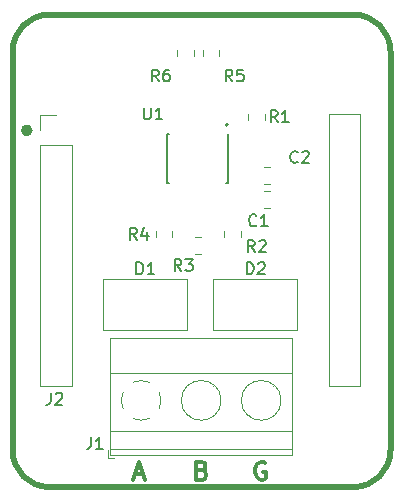
<source format=gbr>
%TF.GenerationSoftware,KiCad,Pcbnew,5.0.1*%
%TF.CreationDate,2018-10-23T16:10:10+11:00*%
%TF.ProjectId,FP2,4650322E6B696361645F706362000000,A*%
%TF.SameCoordinates,Original*%
%TF.FileFunction,Legend,Top*%
%TF.FilePolarity,Positive*%
%FSLAX46Y46*%
G04 Gerber Fmt 4.6, Leading zero omitted, Abs format (unit mm)*
G04 Created by KiCad (PCBNEW 5.0.1) date Tue 23 Oct 2018 04:10:10 PM AEDT*
%MOMM*%
%LPD*%
G01*
G04 APERTURE LIST*
%ADD10C,0.500000*%
%ADD11C,0.300000*%
%ADD12C,0.120000*%
%ADD13C,0.150000*%
%ADD14C,0.200000*%
G04 APERTURE END LIST*
D10*
X132120000Y-120000000D02*
G75*
G02X129000000Y-116880000I0J3120000D01*
G01*
X161000000Y-116880000D02*
G75*
G02X157880000Y-120000000I-3120000J0D01*
G01*
X161000000Y-83120000D02*
G75*
G03X157880000Y-80000000I-3120000J0D01*
G01*
X129000000Y-83120000D02*
G75*
G02X132120000Y-80000000I3120000J0D01*
G01*
D11*
X150412857Y-117930000D02*
X150270000Y-117858571D01*
X150055714Y-117858571D01*
X149841428Y-117930000D01*
X149698571Y-118072857D01*
X149627142Y-118215714D01*
X149555714Y-118501428D01*
X149555714Y-118715714D01*
X149627142Y-119001428D01*
X149698571Y-119144285D01*
X149841428Y-119287142D01*
X150055714Y-119358571D01*
X150198571Y-119358571D01*
X150412857Y-119287142D01*
X150484285Y-119215714D01*
X150484285Y-118715714D01*
X150198571Y-118715714D01*
X145037142Y-118572857D02*
X145251428Y-118644285D01*
X145322857Y-118715714D01*
X145394285Y-118858571D01*
X145394285Y-119072857D01*
X145322857Y-119215714D01*
X145251428Y-119287142D01*
X145108571Y-119358571D01*
X144537142Y-119358571D01*
X144537142Y-117858571D01*
X145037142Y-117858571D01*
X145180000Y-117930000D01*
X145251428Y-118001428D01*
X145322857Y-118144285D01*
X145322857Y-118287142D01*
X145251428Y-118430000D01*
X145180000Y-118501428D01*
X145037142Y-118572857D01*
X144537142Y-118572857D01*
X139362857Y-118930000D02*
X140077142Y-118930000D01*
X139220000Y-119358571D02*
X139720000Y-117858571D01*
X140220000Y-119358571D01*
D10*
X129000000Y-116860000D02*
X129000000Y-83120000D01*
X132110000Y-120000000D02*
X157880000Y-120000000D01*
X161000000Y-83140000D02*
X161000000Y-116880000D01*
X132130000Y-80000000D02*
X157870000Y-80000000D01*
D12*
X146010000Y-106680000D02*
X146010000Y-102380000D01*
X153110000Y-106680000D02*
X146010000Y-106680000D01*
X153110000Y-102380000D02*
X146010000Y-102380000D01*
X153110000Y-106680000D02*
X153110000Y-102380000D01*
X136670000Y-102380000D02*
X136670000Y-106680000D01*
X136670000Y-106680000D02*
X143770000Y-106680000D01*
X136670000Y-102380000D02*
X143770000Y-102380000D01*
X143770000Y-102380000D02*
X143770000Y-106680000D01*
D13*
X147255000Y-90075000D02*
X147205000Y-90075000D01*
X147255000Y-94225000D02*
X147110000Y-94225000D01*
X142105000Y-94225000D02*
X142250000Y-94225000D01*
X142105000Y-90075000D02*
X142250000Y-90075000D01*
X147255000Y-90075000D02*
X147255000Y-94225000D01*
X142105000Y-90075000D02*
X142105000Y-94225000D01*
D14*
X147250000Y-89330000D02*
G75*
G03X147250000Y-89330000I-100000J0D01*
G01*
D12*
X131360000Y-89790000D02*
X131360000Y-88460000D01*
X131360000Y-88460000D02*
X132690000Y-88460000D01*
X131360000Y-111440000D02*
X134020000Y-111440000D01*
X134020000Y-91060000D02*
X134020000Y-111440000D01*
X131360000Y-91060000D02*
X131360000Y-111440000D01*
X131360000Y-91060000D02*
X134020000Y-91060000D01*
X155760000Y-88440000D02*
X158390000Y-88440000D01*
X155760000Y-88440000D02*
X155760000Y-111440000D01*
X158420000Y-88440000D02*
X158420000Y-111440000D01*
X155760000Y-111440000D02*
X158420000Y-111440000D01*
D10*
X130450000Y-89800000D02*
G75*
G03X130450000Y-89800000I-250000J0D01*
G01*
D12*
X150317209Y-94966114D02*
X150834365Y-94966114D01*
X150317209Y-96386114D02*
X150834365Y-96386114D01*
X142950000Y-83001422D02*
X142950000Y-83518578D01*
X144370000Y-83001422D02*
X144370000Y-83518578D01*
X145090000Y-83001422D02*
X145090000Y-83518578D01*
X146510000Y-83001422D02*
X146510000Y-83518578D01*
X142540000Y-98848578D02*
X142540000Y-98331422D01*
X141120000Y-98848578D02*
X141120000Y-98331422D01*
X144461422Y-100230000D02*
X144978578Y-100230000D01*
X144461422Y-98810000D02*
X144978578Y-98810000D01*
X148340000Y-98848578D02*
X148340000Y-98331422D01*
X146920000Y-98848578D02*
X146920000Y-98331422D01*
X148920000Y-88391422D02*
X148920000Y-88908578D01*
X150340000Y-88391422D02*
X150340000Y-88908578D01*
X150307209Y-94306114D02*
X150824365Y-94306114D01*
X150307209Y-92886114D02*
X150824365Y-92886114D01*
X137050000Y-117560000D02*
X137550000Y-117560000D01*
X137050000Y-116820000D02*
X137050000Y-117560000D01*
X148823000Y-113683000D02*
X148776000Y-113729000D01*
X151120000Y-111385000D02*
X151085000Y-111421000D01*
X149016000Y-113899000D02*
X148981000Y-113934000D01*
X151325000Y-111591000D02*
X151278000Y-111637000D01*
X143743000Y-113683000D02*
X143696000Y-113729000D01*
X146040000Y-111385000D02*
X146005000Y-111421000D01*
X143936000Y-113899000D02*
X143901000Y-113934000D01*
X146245000Y-111591000D02*
X146198000Y-111637000D01*
X152650000Y-107399000D02*
X152650000Y-117320000D01*
X137290000Y-107399000D02*
X137290000Y-117320000D01*
X137290000Y-117320000D02*
X152650000Y-117320000D01*
X137290000Y-107399000D02*
X152650000Y-107399000D01*
X137290000Y-110359000D02*
X152650000Y-110359000D01*
X137290000Y-115260000D02*
X152650000Y-115260000D01*
X137290000Y-116760000D02*
X152650000Y-116760000D01*
X151730000Y-112660000D02*
G75*
G03X151730000Y-112660000I-1680000J0D01*
G01*
X146650000Y-112660000D02*
G75*
G03X146650000Y-112660000I-1680000J0D01*
G01*
X139918805Y-114340253D02*
G75*
G02X139206000Y-114195000I-28805J1680253D01*
G01*
X138354574Y-113343042D02*
G75*
G02X138355000Y-111976000I1535426J683042D01*
G01*
X139206958Y-111124574D02*
G75*
G02X140574000Y-111125000I683042J-1535426D01*
G01*
X141425426Y-111976958D02*
G75*
G02X141425000Y-113344000I-1535426J-683042D01*
G01*
X140573318Y-114194756D02*
G75*
G02X139890000Y-114340000I-683318J1534756D01*
G01*
D13*
X148831904Y-101982380D02*
X148831904Y-100982380D01*
X149070000Y-100982380D01*
X149212857Y-101030000D01*
X149308095Y-101125238D01*
X149355714Y-101220476D01*
X149403333Y-101410952D01*
X149403333Y-101553809D01*
X149355714Y-101744285D01*
X149308095Y-101839523D01*
X149212857Y-101934761D01*
X149070000Y-101982380D01*
X148831904Y-101982380D01*
X149784285Y-101077619D02*
X149831904Y-101030000D01*
X149927142Y-100982380D01*
X150165238Y-100982380D01*
X150260476Y-101030000D01*
X150308095Y-101077619D01*
X150355714Y-101172857D01*
X150355714Y-101268095D01*
X150308095Y-101410952D01*
X149736666Y-101982380D01*
X150355714Y-101982380D01*
X139481904Y-101982380D02*
X139481904Y-100982380D01*
X139720000Y-100982380D01*
X139862857Y-101030000D01*
X139958095Y-101125238D01*
X140005714Y-101220476D01*
X140053333Y-101410952D01*
X140053333Y-101553809D01*
X140005714Y-101744285D01*
X139958095Y-101839523D01*
X139862857Y-101934761D01*
X139720000Y-101982380D01*
X139481904Y-101982380D01*
X141005714Y-101982380D02*
X140434285Y-101982380D01*
X140720000Y-101982380D02*
X140720000Y-100982380D01*
X140624761Y-101125238D01*
X140529523Y-101220476D01*
X140434285Y-101268095D01*
X140118095Y-87862380D02*
X140118095Y-88671904D01*
X140165714Y-88767142D01*
X140213333Y-88814761D01*
X140308571Y-88862380D01*
X140499047Y-88862380D01*
X140594285Y-88814761D01*
X140641904Y-88767142D01*
X140689523Y-88671904D01*
X140689523Y-87862380D01*
X141689523Y-88862380D02*
X141118095Y-88862380D01*
X141403809Y-88862380D02*
X141403809Y-87862380D01*
X141308571Y-88005238D01*
X141213333Y-88100476D01*
X141118095Y-88148095D01*
X132226666Y-112012380D02*
X132226666Y-112726666D01*
X132179047Y-112869523D01*
X132083809Y-112964761D01*
X131940952Y-113012380D01*
X131845714Y-113012380D01*
X132655238Y-112107619D02*
X132702857Y-112060000D01*
X132798095Y-112012380D01*
X133036190Y-112012380D01*
X133131428Y-112060000D01*
X133179047Y-112107619D01*
X133226666Y-112202857D01*
X133226666Y-112298095D01*
X133179047Y-112440952D01*
X132607619Y-113012380D01*
X133226666Y-113012380D01*
X149643333Y-97817142D02*
X149595714Y-97864761D01*
X149452857Y-97912380D01*
X149357619Y-97912380D01*
X149214761Y-97864761D01*
X149119523Y-97769523D01*
X149071904Y-97674285D01*
X149024285Y-97483809D01*
X149024285Y-97340952D01*
X149071904Y-97150476D01*
X149119523Y-97055238D01*
X149214761Y-96960000D01*
X149357619Y-96912380D01*
X149452857Y-96912380D01*
X149595714Y-96960000D01*
X149643333Y-97007619D01*
X150595714Y-97912380D02*
X150024285Y-97912380D01*
X150310000Y-97912380D02*
X150310000Y-96912380D01*
X150214761Y-97055238D01*
X150119523Y-97150476D01*
X150024285Y-97198095D01*
X141373333Y-85652380D02*
X141040000Y-85176190D01*
X140801904Y-85652380D02*
X140801904Y-84652380D01*
X141182857Y-84652380D01*
X141278095Y-84700000D01*
X141325714Y-84747619D01*
X141373333Y-84842857D01*
X141373333Y-84985714D01*
X141325714Y-85080952D01*
X141278095Y-85128571D01*
X141182857Y-85176190D01*
X140801904Y-85176190D01*
X142230476Y-84652380D02*
X142040000Y-84652380D01*
X141944761Y-84700000D01*
X141897142Y-84747619D01*
X141801904Y-84890476D01*
X141754285Y-85080952D01*
X141754285Y-85461904D01*
X141801904Y-85557142D01*
X141849523Y-85604761D01*
X141944761Y-85652380D01*
X142135238Y-85652380D01*
X142230476Y-85604761D01*
X142278095Y-85557142D01*
X142325714Y-85461904D01*
X142325714Y-85223809D01*
X142278095Y-85128571D01*
X142230476Y-85080952D01*
X142135238Y-85033333D01*
X141944761Y-85033333D01*
X141849523Y-85080952D01*
X141801904Y-85128571D01*
X141754285Y-85223809D01*
X147613333Y-85652380D02*
X147280000Y-85176190D01*
X147041904Y-85652380D02*
X147041904Y-84652380D01*
X147422857Y-84652380D01*
X147518095Y-84700000D01*
X147565714Y-84747619D01*
X147613333Y-84842857D01*
X147613333Y-84985714D01*
X147565714Y-85080952D01*
X147518095Y-85128571D01*
X147422857Y-85176190D01*
X147041904Y-85176190D01*
X148518095Y-84652380D02*
X148041904Y-84652380D01*
X147994285Y-85128571D01*
X148041904Y-85080952D01*
X148137142Y-85033333D01*
X148375238Y-85033333D01*
X148470476Y-85080952D01*
X148518095Y-85128571D01*
X148565714Y-85223809D01*
X148565714Y-85461904D01*
X148518095Y-85557142D01*
X148470476Y-85604761D01*
X148375238Y-85652380D01*
X148137142Y-85652380D01*
X148041904Y-85604761D01*
X147994285Y-85557142D01*
X139533333Y-99042380D02*
X139200000Y-98566190D01*
X138961904Y-99042380D02*
X138961904Y-98042380D01*
X139342857Y-98042380D01*
X139438095Y-98090000D01*
X139485714Y-98137619D01*
X139533333Y-98232857D01*
X139533333Y-98375714D01*
X139485714Y-98470952D01*
X139438095Y-98518571D01*
X139342857Y-98566190D01*
X138961904Y-98566190D01*
X140390476Y-98375714D02*
X140390476Y-99042380D01*
X140152380Y-97994761D02*
X139914285Y-98709047D01*
X140533333Y-98709047D01*
X143283333Y-101692380D02*
X142950000Y-101216190D01*
X142711904Y-101692380D02*
X142711904Y-100692380D01*
X143092857Y-100692380D01*
X143188095Y-100740000D01*
X143235714Y-100787619D01*
X143283333Y-100882857D01*
X143283333Y-101025714D01*
X143235714Y-101120952D01*
X143188095Y-101168571D01*
X143092857Y-101216190D01*
X142711904Y-101216190D01*
X143616666Y-100692380D02*
X144235714Y-100692380D01*
X143902380Y-101073333D01*
X144045238Y-101073333D01*
X144140476Y-101120952D01*
X144188095Y-101168571D01*
X144235714Y-101263809D01*
X144235714Y-101501904D01*
X144188095Y-101597142D01*
X144140476Y-101644761D01*
X144045238Y-101692380D01*
X143759523Y-101692380D01*
X143664285Y-101644761D01*
X143616666Y-101597142D01*
X149493333Y-100102380D02*
X149160000Y-99626190D01*
X148921904Y-100102380D02*
X148921904Y-99102380D01*
X149302857Y-99102380D01*
X149398095Y-99150000D01*
X149445714Y-99197619D01*
X149493333Y-99292857D01*
X149493333Y-99435714D01*
X149445714Y-99530952D01*
X149398095Y-99578571D01*
X149302857Y-99626190D01*
X148921904Y-99626190D01*
X149874285Y-99197619D02*
X149921904Y-99150000D01*
X150017142Y-99102380D01*
X150255238Y-99102380D01*
X150350476Y-99150000D01*
X150398095Y-99197619D01*
X150445714Y-99292857D01*
X150445714Y-99388095D01*
X150398095Y-99530952D01*
X149826666Y-100102380D01*
X150445714Y-100102380D01*
X151433333Y-89102380D02*
X151100000Y-88626190D01*
X150861904Y-89102380D02*
X150861904Y-88102380D01*
X151242857Y-88102380D01*
X151338095Y-88150000D01*
X151385714Y-88197619D01*
X151433333Y-88292857D01*
X151433333Y-88435714D01*
X151385714Y-88530952D01*
X151338095Y-88578571D01*
X151242857Y-88626190D01*
X150861904Y-88626190D01*
X152385714Y-89102380D02*
X151814285Y-89102380D01*
X152100000Y-89102380D02*
X152100000Y-88102380D01*
X152004761Y-88245238D01*
X151909523Y-88340476D01*
X151814285Y-88388095D01*
X153133333Y-92457142D02*
X153085714Y-92504761D01*
X152942857Y-92552380D01*
X152847619Y-92552380D01*
X152704761Y-92504761D01*
X152609523Y-92409523D01*
X152561904Y-92314285D01*
X152514285Y-92123809D01*
X152514285Y-91980952D01*
X152561904Y-91790476D01*
X152609523Y-91695238D01*
X152704761Y-91600000D01*
X152847619Y-91552380D01*
X152942857Y-91552380D01*
X153085714Y-91600000D01*
X153133333Y-91647619D01*
X153514285Y-91647619D02*
X153561904Y-91600000D01*
X153657142Y-91552380D01*
X153895238Y-91552380D01*
X153990476Y-91600000D01*
X154038095Y-91647619D01*
X154085714Y-91742857D01*
X154085714Y-91838095D01*
X154038095Y-91980952D01*
X153466666Y-92552380D01*
X154085714Y-92552380D01*
X135646666Y-115772380D02*
X135646666Y-116486666D01*
X135599047Y-116629523D01*
X135503809Y-116724761D01*
X135360952Y-116772380D01*
X135265714Y-116772380D01*
X136646666Y-116772380D02*
X136075238Y-116772380D01*
X136360952Y-116772380D02*
X136360952Y-115772380D01*
X136265714Y-115915238D01*
X136170476Y-116010476D01*
X136075238Y-116058095D01*
M02*

</source>
